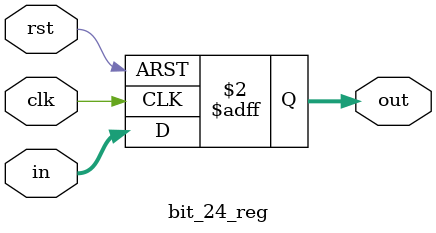
<source format=v>
    module bit_24_reg (in , clk , rst , out);
input [23:0]in;
input clk;
input rst;
output reg [23:0]out;
always@(posedge rst or posedge clk)
begin
    if(rst)
        out <= 24'b 0000_0000_0000_0000_0000_0000;
    else
        out <= in;
end
endmodule
    

</source>
